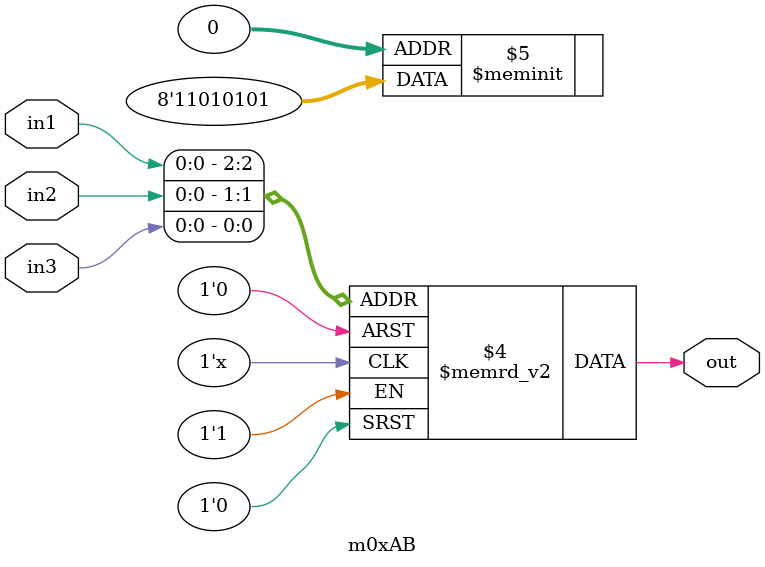
<source format=v>
module m0xAB(output out, input in1, in2, in3);

   always @(in1, in2, in3)
     begin
        case({in1, in2, in3})
          3'b000: {out} = 1'b1;
          3'b001: {out} = 1'b0;
          3'b010: {out} = 1'b1;
          3'b011: {out} = 1'b0;
          3'b100: {out} = 1'b1;
          3'b101: {out} = 1'b0;
          3'b110: {out} = 1'b1;
          3'b111: {out} = 1'b1;
        endcase // case ({in1, in2, in3})
     end // always @ (in1, in2, in3)

endmodule // m0xAB
</source>
